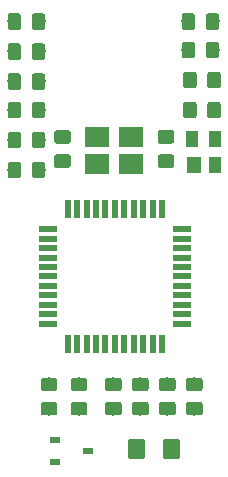
<source format=gbr>
%TF.GenerationSoftware,KiCad,Pcbnew,(5.1.2)-2*%
%TF.CreationDate,2020-08-26T23:28:28+08:00*%
%TF.ProjectId,wing-receiver-lite-rev2,77696e67-2d72-4656-9365-697665722d6c,rev?*%
%TF.SameCoordinates,Original*%
%TF.FileFunction,Paste,Top*%
%TF.FilePolarity,Positive*%
%FSLAX46Y46*%
G04 Gerber Fmt 4.6, Leading zero omitted, Abs format (unit mm)*
G04 Created by KiCad (PCBNEW (5.1.2)-2) date 2020-08-26 23:28:28*
%MOMM*%
%LPD*%
G04 APERTURE LIST*
%ADD10R,0.900000X0.600000*%
%ADD11C,0.350000*%
%ADD12C,1.150000*%
%ADD13R,2.100000X1.800000*%
%ADD14R,1.500000X0.550000*%
%ADD15R,0.550000X1.500000*%
%ADD16C,1.425000*%
%ADD17R,1.000000X1.400000*%
%ADD18R,1.200000X1.400000*%
G04 APERTURE END LIST*
D10*
X77600000Y-130969000D03*
X74800000Y-131919000D03*
X74800000Y-130019000D03*
D11*
G36*
X74769505Y-124766204D02*
G01*
X74793773Y-124769804D01*
X74817572Y-124775765D01*
X74840671Y-124784030D01*
X74862850Y-124794520D01*
X74883893Y-124807132D01*
X74903599Y-124821747D01*
X74921777Y-124838223D01*
X74938253Y-124856401D01*
X74952868Y-124876107D01*
X74965480Y-124897150D01*
X74975970Y-124919329D01*
X74984235Y-124942428D01*
X74990196Y-124966227D01*
X74993796Y-124990495D01*
X74995000Y-125014999D01*
X74995000Y-125665001D01*
X74993796Y-125689505D01*
X74990196Y-125713773D01*
X74984235Y-125737572D01*
X74975970Y-125760671D01*
X74965480Y-125782850D01*
X74952868Y-125803893D01*
X74938253Y-125823599D01*
X74921777Y-125841777D01*
X74903599Y-125858253D01*
X74883893Y-125872868D01*
X74862850Y-125885480D01*
X74840671Y-125895970D01*
X74817572Y-125904235D01*
X74793773Y-125910196D01*
X74769505Y-125913796D01*
X74745001Y-125915000D01*
X73844999Y-125915000D01*
X73820495Y-125913796D01*
X73796227Y-125910196D01*
X73772428Y-125904235D01*
X73749329Y-125895970D01*
X73727150Y-125885480D01*
X73706107Y-125872868D01*
X73686401Y-125858253D01*
X73668223Y-125841777D01*
X73651747Y-125823599D01*
X73637132Y-125803893D01*
X73624520Y-125782850D01*
X73614030Y-125760671D01*
X73605765Y-125737572D01*
X73599804Y-125713773D01*
X73596204Y-125689505D01*
X73595000Y-125665001D01*
X73595000Y-125014999D01*
X73596204Y-124990495D01*
X73599804Y-124966227D01*
X73605765Y-124942428D01*
X73614030Y-124919329D01*
X73624520Y-124897150D01*
X73637132Y-124876107D01*
X73651747Y-124856401D01*
X73668223Y-124838223D01*
X73686401Y-124821747D01*
X73706107Y-124807132D01*
X73727150Y-124794520D01*
X73749329Y-124784030D01*
X73772428Y-124775765D01*
X73796227Y-124769804D01*
X73820495Y-124766204D01*
X73844999Y-124765000D01*
X74745001Y-124765000D01*
X74769505Y-124766204D01*
X74769505Y-124766204D01*
G37*
D12*
X74295000Y-125340000D03*
D11*
G36*
X74769505Y-126816204D02*
G01*
X74793773Y-126819804D01*
X74817572Y-126825765D01*
X74840671Y-126834030D01*
X74862850Y-126844520D01*
X74883893Y-126857132D01*
X74903599Y-126871747D01*
X74921777Y-126888223D01*
X74938253Y-126906401D01*
X74952868Y-126926107D01*
X74965480Y-126947150D01*
X74975970Y-126969329D01*
X74984235Y-126992428D01*
X74990196Y-127016227D01*
X74993796Y-127040495D01*
X74995000Y-127064999D01*
X74995000Y-127715001D01*
X74993796Y-127739505D01*
X74990196Y-127763773D01*
X74984235Y-127787572D01*
X74975970Y-127810671D01*
X74965480Y-127832850D01*
X74952868Y-127853893D01*
X74938253Y-127873599D01*
X74921777Y-127891777D01*
X74903599Y-127908253D01*
X74883893Y-127922868D01*
X74862850Y-127935480D01*
X74840671Y-127945970D01*
X74817572Y-127954235D01*
X74793773Y-127960196D01*
X74769505Y-127963796D01*
X74745001Y-127965000D01*
X73844999Y-127965000D01*
X73820495Y-127963796D01*
X73796227Y-127960196D01*
X73772428Y-127954235D01*
X73749329Y-127945970D01*
X73727150Y-127935480D01*
X73706107Y-127922868D01*
X73686401Y-127908253D01*
X73668223Y-127891777D01*
X73651747Y-127873599D01*
X73637132Y-127853893D01*
X73624520Y-127832850D01*
X73614030Y-127810671D01*
X73605765Y-127787572D01*
X73599804Y-127763773D01*
X73596204Y-127739505D01*
X73595000Y-127715001D01*
X73595000Y-127064999D01*
X73596204Y-127040495D01*
X73599804Y-127016227D01*
X73605765Y-126992428D01*
X73614030Y-126969329D01*
X73624520Y-126947150D01*
X73637132Y-126926107D01*
X73651747Y-126906401D01*
X73668223Y-126888223D01*
X73686401Y-126871747D01*
X73706107Y-126857132D01*
X73727150Y-126844520D01*
X73749329Y-126834030D01*
X73772428Y-126825765D01*
X73796227Y-126819804D01*
X73820495Y-126816204D01*
X73844999Y-126815000D01*
X74745001Y-126815000D01*
X74769505Y-126816204D01*
X74769505Y-126816204D01*
G37*
D12*
X74295000Y-127390000D03*
D13*
X78380000Y-104380000D03*
X81280000Y-104380000D03*
X81280000Y-106680000D03*
X78380000Y-106680000D03*
D14*
X85583000Y-120205000D03*
X85583000Y-119405000D03*
X85583000Y-118605000D03*
X85583000Y-117805000D03*
X85583000Y-117005000D03*
X85583000Y-116205000D03*
X85583000Y-115405000D03*
X85583000Y-114605000D03*
X85583000Y-113805000D03*
X85583000Y-113005000D03*
X85583000Y-112205000D03*
D15*
X83883000Y-110505000D03*
X83083000Y-110505000D03*
X82283000Y-110505000D03*
X81483000Y-110505000D03*
X80683000Y-110505000D03*
X79883000Y-110505000D03*
X79083000Y-110505000D03*
X78283000Y-110505000D03*
X77483000Y-110505000D03*
X76683000Y-110505000D03*
X75883000Y-110505000D03*
D14*
X74183000Y-112205000D03*
X74183000Y-113005000D03*
X74183000Y-113805000D03*
X74183000Y-114605000D03*
X74183000Y-115405000D03*
X74183000Y-116205000D03*
X74183000Y-117005000D03*
X74183000Y-117805000D03*
X74183000Y-118605000D03*
X74183000Y-119405000D03*
X74183000Y-120205000D03*
D15*
X75883000Y-121905000D03*
X76683000Y-121905000D03*
X77483000Y-121905000D03*
X78283000Y-121905000D03*
X79083000Y-121905000D03*
X79883000Y-121905000D03*
X80683000Y-121905000D03*
X81483000Y-121905000D03*
X82283000Y-121905000D03*
X83083000Y-121905000D03*
X83883000Y-121905000D03*
D11*
G36*
X71714505Y-101409204D02*
G01*
X71738773Y-101412804D01*
X71762572Y-101418765D01*
X71785671Y-101427030D01*
X71807850Y-101437520D01*
X71828893Y-101450132D01*
X71848599Y-101464747D01*
X71866777Y-101481223D01*
X71883253Y-101499401D01*
X71897868Y-101519107D01*
X71910480Y-101540150D01*
X71920970Y-101562329D01*
X71929235Y-101585428D01*
X71935196Y-101609227D01*
X71938796Y-101633495D01*
X71940000Y-101657999D01*
X71940000Y-102558001D01*
X71938796Y-102582505D01*
X71935196Y-102606773D01*
X71929235Y-102630572D01*
X71920970Y-102653671D01*
X71910480Y-102675850D01*
X71897868Y-102696893D01*
X71883253Y-102716599D01*
X71866777Y-102734777D01*
X71848599Y-102751253D01*
X71828893Y-102765868D01*
X71807850Y-102778480D01*
X71785671Y-102788970D01*
X71762572Y-102797235D01*
X71738773Y-102803196D01*
X71714505Y-102806796D01*
X71690001Y-102808000D01*
X71039999Y-102808000D01*
X71015495Y-102806796D01*
X70991227Y-102803196D01*
X70967428Y-102797235D01*
X70944329Y-102788970D01*
X70922150Y-102778480D01*
X70901107Y-102765868D01*
X70881401Y-102751253D01*
X70863223Y-102734777D01*
X70846747Y-102716599D01*
X70832132Y-102696893D01*
X70819520Y-102675850D01*
X70809030Y-102653671D01*
X70800765Y-102630572D01*
X70794804Y-102606773D01*
X70791204Y-102582505D01*
X70790000Y-102558001D01*
X70790000Y-101657999D01*
X70791204Y-101633495D01*
X70794804Y-101609227D01*
X70800765Y-101585428D01*
X70809030Y-101562329D01*
X70819520Y-101540150D01*
X70832132Y-101519107D01*
X70846747Y-101499401D01*
X70863223Y-101481223D01*
X70881401Y-101464747D01*
X70901107Y-101450132D01*
X70922150Y-101437520D01*
X70944329Y-101427030D01*
X70967428Y-101418765D01*
X70991227Y-101412804D01*
X71015495Y-101409204D01*
X71039999Y-101408000D01*
X71690001Y-101408000D01*
X71714505Y-101409204D01*
X71714505Y-101409204D01*
G37*
D12*
X71365000Y-102108000D03*
D11*
G36*
X73764505Y-101409204D02*
G01*
X73788773Y-101412804D01*
X73812572Y-101418765D01*
X73835671Y-101427030D01*
X73857850Y-101437520D01*
X73878893Y-101450132D01*
X73898599Y-101464747D01*
X73916777Y-101481223D01*
X73933253Y-101499401D01*
X73947868Y-101519107D01*
X73960480Y-101540150D01*
X73970970Y-101562329D01*
X73979235Y-101585428D01*
X73985196Y-101609227D01*
X73988796Y-101633495D01*
X73990000Y-101657999D01*
X73990000Y-102558001D01*
X73988796Y-102582505D01*
X73985196Y-102606773D01*
X73979235Y-102630572D01*
X73970970Y-102653671D01*
X73960480Y-102675850D01*
X73947868Y-102696893D01*
X73933253Y-102716599D01*
X73916777Y-102734777D01*
X73898599Y-102751253D01*
X73878893Y-102765868D01*
X73857850Y-102778480D01*
X73835671Y-102788970D01*
X73812572Y-102797235D01*
X73788773Y-102803196D01*
X73764505Y-102806796D01*
X73740001Y-102808000D01*
X73089999Y-102808000D01*
X73065495Y-102806796D01*
X73041227Y-102803196D01*
X73017428Y-102797235D01*
X72994329Y-102788970D01*
X72972150Y-102778480D01*
X72951107Y-102765868D01*
X72931401Y-102751253D01*
X72913223Y-102734777D01*
X72896747Y-102716599D01*
X72882132Y-102696893D01*
X72869520Y-102675850D01*
X72859030Y-102653671D01*
X72850765Y-102630572D01*
X72844804Y-102606773D01*
X72841204Y-102582505D01*
X72840000Y-102558001D01*
X72840000Y-101657999D01*
X72841204Y-101633495D01*
X72844804Y-101609227D01*
X72850765Y-101585428D01*
X72859030Y-101562329D01*
X72869520Y-101540150D01*
X72882132Y-101519107D01*
X72896747Y-101499401D01*
X72913223Y-101481223D01*
X72931401Y-101464747D01*
X72951107Y-101450132D01*
X72972150Y-101437520D01*
X72994329Y-101427030D01*
X73017428Y-101418765D01*
X73041227Y-101412804D01*
X73065495Y-101409204D01*
X73089999Y-101408000D01*
X73740001Y-101408000D01*
X73764505Y-101409204D01*
X73764505Y-101409204D01*
G37*
D12*
X73415000Y-102108000D03*
D11*
G36*
X88623505Y-101409204D02*
G01*
X88647773Y-101412804D01*
X88671572Y-101418765D01*
X88694671Y-101427030D01*
X88716850Y-101437520D01*
X88737893Y-101450132D01*
X88757599Y-101464747D01*
X88775777Y-101481223D01*
X88792253Y-101499401D01*
X88806868Y-101519107D01*
X88819480Y-101540150D01*
X88829970Y-101562329D01*
X88838235Y-101585428D01*
X88844196Y-101609227D01*
X88847796Y-101633495D01*
X88849000Y-101657999D01*
X88849000Y-102558001D01*
X88847796Y-102582505D01*
X88844196Y-102606773D01*
X88838235Y-102630572D01*
X88829970Y-102653671D01*
X88819480Y-102675850D01*
X88806868Y-102696893D01*
X88792253Y-102716599D01*
X88775777Y-102734777D01*
X88757599Y-102751253D01*
X88737893Y-102765868D01*
X88716850Y-102778480D01*
X88694671Y-102788970D01*
X88671572Y-102797235D01*
X88647773Y-102803196D01*
X88623505Y-102806796D01*
X88599001Y-102808000D01*
X87948999Y-102808000D01*
X87924495Y-102806796D01*
X87900227Y-102803196D01*
X87876428Y-102797235D01*
X87853329Y-102788970D01*
X87831150Y-102778480D01*
X87810107Y-102765868D01*
X87790401Y-102751253D01*
X87772223Y-102734777D01*
X87755747Y-102716599D01*
X87741132Y-102696893D01*
X87728520Y-102675850D01*
X87718030Y-102653671D01*
X87709765Y-102630572D01*
X87703804Y-102606773D01*
X87700204Y-102582505D01*
X87699000Y-102558001D01*
X87699000Y-101657999D01*
X87700204Y-101633495D01*
X87703804Y-101609227D01*
X87709765Y-101585428D01*
X87718030Y-101562329D01*
X87728520Y-101540150D01*
X87741132Y-101519107D01*
X87755747Y-101499401D01*
X87772223Y-101481223D01*
X87790401Y-101464747D01*
X87810107Y-101450132D01*
X87831150Y-101437520D01*
X87853329Y-101427030D01*
X87876428Y-101418765D01*
X87900227Y-101412804D01*
X87924495Y-101409204D01*
X87948999Y-101408000D01*
X88599001Y-101408000D01*
X88623505Y-101409204D01*
X88623505Y-101409204D01*
G37*
D12*
X88274000Y-102108000D03*
D11*
G36*
X86573505Y-101409204D02*
G01*
X86597773Y-101412804D01*
X86621572Y-101418765D01*
X86644671Y-101427030D01*
X86666850Y-101437520D01*
X86687893Y-101450132D01*
X86707599Y-101464747D01*
X86725777Y-101481223D01*
X86742253Y-101499401D01*
X86756868Y-101519107D01*
X86769480Y-101540150D01*
X86779970Y-101562329D01*
X86788235Y-101585428D01*
X86794196Y-101609227D01*
X86797796Y-101633495D01*
X86799000Y-101657999D01*
X86799000Y-102558001D01*
X86797796Y-102582505D01*
X86794196Y-102606773D01*
X86788235Y-102630572D01*
X86779970Y-102653671D01*
X86769480Y-102675850D01*
X86756868Y-102696893D01*
X86742253Y-102716599D01*
X86725777Y-102734777D01*
X86707599Y-102751253D01*
X86687893Y-102765868D01*
X86666850Y-102778480D01*
X86644671Y-102788970D01*
X86621572Y-102797235D01*
X86597773Y-102803196D01*
X86573505Y-102806796D01*
X86549001Y-102808000D01*
X85898999Y-102808000D01*
X85874495Y-102806796D01*
X85850227Y-102803196D01*
X85826428Y-102797235D01*
X85803329Y-102788970D01*
X85781150Y-102778480D01*
X85760107Y-102765868D01*
X85740401Y-102751253D01*
X85722223Y-102734777D01*
X85705747Y-102716599D01*
X85691132Y-102696893D01*
X85678520Y-102675850D01*
X85668030Y-102653671D01*
X85659765Y-102630572D01*
X85653804Y-102606773D01*
X85650204Y-102582505D01*
X85649000Y-102558001D01*
X85649000Y-101657999D01*
X85650204Y-101633495D01*
X85653804Y-101609227D01*
X85659765Y-101585428D01*
X85668030Y-101562329D01*
X85678520Y-101540150D01*
X85691132Y-101519107D01*
X85705747Y-101499401D01*
X85722223Y-101481223D01*
X85740401Y-101464747D01*
X85760107Y-101450132D01*
X85781150Y-101437520D01*
X85803329Y-101427030D01*
X85826428Y-101418765D01*
X85850227Y-101412804D01*
X85874495Y-101409204D01*
X85898999Y-101408000D01*
X86549001Y-101408000D01*
X86573505Y-101409204D01*
X86573505Y-101409204D01*
G37*
D12*
X86224000Y-102108000D03*
D11*
G36*
X71714505Y-106489204D02*
G01*
X71738773Y-106492804D01*
X71762572Y-106498765D01*
X71785671Y-106507030D01*
X71807850Y-106517520D01*
X71828893Y-106530132D01*
X71848599Y-106544747D01*
X71866777Y-106561223D01*
X71883253Y-106579401D01*
X71897868Y-106599107D01*
X71910480Y-106620150D01*
X71920970Y-106642329D01*
X71929235Y-106665428D01*
X71935196Y-106689227D01*
X71938796Y-106713495D01*
X71940000Y-106737999D01*
X71940000Y-107638001D01*
X71938796Y-107662505D01*
X71935196Y-107686773D01*
X71929235Y-107710572D01*
X71920970Y-107733671D01*
X71910480Y-107755850D01*
X71897868Y-107776893D01*
X71883253Y-107796599D01*
X71866777Y-107814777D01*
X71848599Y-107831253D01*
X71828893Y-107845868D01*
X71807850Y-107858480D01*
X71785671Y-107868970D01*
X71762572Y-107877235D01*
X71738773Y-107883196D01*
X71714505Y-107886796D01*
X71690001Y-107888000D01*
X71039999Y-107888000D01*
X71015495Y-107886796D01*
X70991227Y-107883196D01*
X70967428Y-107877235D01*
X70944329Y-107868970D01*
X70922150Y-107858480D01*
X70901107Y-107845868D01*
X70881401Y-107831253D01*
X70863223Y-107814777D01*
X70846747Y-107796599D01*
X70832132Y-107776893D01*
X70819520Y-107755850D01*
X70809030Y-107733671D01*
X70800765Y-107710572D01*
X70794804Y-107686773D01*
X70791204Y-107662505D01*
X70790000Y-107638001D01*
X70790000Y-106737999D01*
X70791204Y-106713495D01*
X70794804Y-106689227D01*
X70800765Y-106665428D01*
X70809030Y-106642329D01*
X70819520Y-106620150D01*
X70832132Y-106599107D01*
X70846747Y-106579401D01*
X70863223Y-106561223D01*
X70881401Y-106544747D01*
X70901107Y-106530132D01*
X70922150Y-106517520D01*
X70944329Y-106507030D01*
X70967428Y-106498765D01*
X70991227Y-106492804D01*
X71015495Y-106489204D01*
X71039999Y-106488000D01*
X71690001Y-106488000D01*
X71714505Y-106489204D01*
X71714505Y-106489204D01*
G37*
D12*
X71365000Y-107188000D03*
D11*
G36*
X73764505Y-106489204D02*
G01*
X73788773Y-106492804D01*
X73812572Y-106498765D01*
X73835671Y-106507030D01*
X73857850Y-106517520D01*
X73878893Y-106530132D01*
X73898599Y-106544747D01*
X73916777Y-106561223D01*
X73933253Y-106579401D01*
X73947868Y-106599107D01*
X73960480Y-106620150D01*
X73970970Y-106642329D01*
X73979235Y-106665428D01*
X73985196Y-106689227D01*
X73988796Y-106713495D01*
X73990000Y-106737999D01*
X73990000Y-107638001D01*
X73988796Y-107662505D01*
X73985196Y-107686773D01*
X73979235Y-107710572D01*
X73970970Y-107733671D01*
X73960480Y-107755850D01*
X73947868Y-107776893D01*
X73933253Y-107796599D01*
X73916777Y-107814777D01*
X73898599Y-107831253D01*
X73878893Y-107845868D01*
X73857850Y-107858480D01*
X73835671Y-107868970D01*
X73812572Y-107877235D01*
X73788773Y-107883196D01*
X73764505Y-107886796D01*
X73740001Y-107888000D01*
X73089999Y-107888000D01*
X73065495Y-107886796D01*
X73041227Y-107883196D01*
X73017428Y-107877235D01*
X72994329Y-107868970D01*
X72972150Y-107858480D01*
X72951107Y-107845868D01*
X72931401Y-107831253D01*
X72913223Y-107814777D01*
X72896747Y-107796599D01*
X72882132Y-107776893D01*
X72869520Y-107755850D01*
X72859030Y-107733671D01*
X72850765Y-107710572D01*
X72844804Y-107686773D01*
X72841204Y-107662505D01*
X72840000Y-107638001D01*
X72840000Y-106737999D01*
X72841204Y-106713495D01*
X72844804Y-106689227D01*
X72850765Y-106665428D01*
X72859030Y-106642329D01*
X72869520Y-106620150D01*
X72882132Y-106599107D01*
X72896747Y-106579401D01*
X72913223Y-106561223D01*
X72931401Y-106544747D01*
X72951107Y-106530132D01*
X72972150Y-106517520D01*
X72994329Y-106507030D01*
X73017428Y-106498765D01*
X73041227Y-106492804D01*
X73065495Y-106489204D01*
X73089999Y-106488000D01*
X73740001Y-106488000D01*
X73764505Y-106489204D01*
X73764505Y-106489204D01*
G37*
D12*
X73415000Y-107188000D03*
D11*
G36*
X71714505Y-96456204D02*
G01*
X71738773Y-96459804D01*
X71762572Y-96465765D01*
X71785671Y-96474030D01*
X71807850Y-96484520D01*
X71828893Y-96497132D01*
X71848599Y-96511747D01*
X71866777Y-96528223D01*
X71883253Y-96546401D01*
X71897868Y-96566107D01*
X71910480Y-96587150D01*
X71920970Y-96609329D01*
X71929235Y-96632428D01*
X71935196Y-96656227D01*
X71938796Y-96680495D01*
X71940000Y-96704999D01*
X71940000Y-97605001D01*
X71938796Y-97629505D01*
X71935196Y-97653773D01*
X71929235Y-97677572D01*
X71920970Y-97700671D01*
X71910480Y-97722850D01*
X71897868Y-97743893D01*
X71883253Y-97763599D01*
X71866777Y-97781777D01*
X71848599Y-97798253D01*
X71828893Y-97812868D01*
X71807850Y-97825480D01*
X71785671Y-97835970D01*
X71762572Y-97844235D01*
X71738773Y-97850196D01*
X71714505Y-97853796D01*
X71690001Y-97855000D01*
X71039999Y-97855000D01*
X71015495Y-97853796D01*
X70991227Y-97850196D01*
X70967428Y-97844235D01*
X70944329Y-97835970D01*
X70922150Y-97825480D01*
X70901107Y-97812868D01*
X70881401Y-97798253D01*
X70863223Y-97781777D01*
X70846747Y-97763599D01*
X70832132Y-97743893D01*
X70819520Y-97722850D01*
X70809030Y-97700671D01*
X70800765Y-97677572D01*
X70794804Y-97653773D01*
X70791204Y-97629505D01*
X70790000Y-97605001D01*
X70790000Y-96704999D01*
X70791204Y-96680495D01*
X70794804Y-96656227D01*
X70800765Y-96632428D01*
X70809030Y-96609329D01*
X70819520Y-96587150D01*
X70832132Y-96566107D01*
X70846747Y-96546401D01*
X70863223Y-96528223D01*
X70881401Y-96511747D01*
X70901107Y-96497132D01*
X70922150Y-96484520D01*
X70944329Y-96474030D01*
X70967428Y-96465765D01*
X70991227Y-96459804D01*
X71015495Y-96456204D01*
X71039999Y-96455000D01*
X71690001Y-96455000D01*
X71714505Y-96456204D01*
X71714505Y-96456204D01*
G37*
D12*
X71365000Y-97155000D03*
D11*
G36*
X73764505Y-96456204D02*
G01*
X73788773Y-96459804D01*
X73812572Y-96465765D01*
X73835671Y-96474030D01*
X73857850Y-96484520D01*
X73878893Y-96497132D01*
X73898599Y-96511747D01*
X73916777Y-96528223D01*
X73933253Y-96546401D01*
X73947868Y-96566107D01*
X73960480Y-96587150D01*
X73970970Y-96609329D01*
X73979235Y-96632428D01*
X73985196Y-96656227D01*
X73988796Y-96680495D01*
X73990000Y-96704999D01*
X73990000Y-97605001D01*
X73988796Y-97629505D01*
X73985196Y-97653773D01*
X73979235Y-97677572D01*
X73970970Y-97700671D01*
X73960480Y-97722850D01*
X73947868Y-97743893D01*
X73933253Y-97763599D01*
X73916777Y-97781777D01*
X73898599Y-97798253D01*
X73878893Y-97812868D01*
X73857850Y-97825480D01*
X73835671Y-97835970D01*
X73812572Y-97844235D01*
X73788773Y-97850196D01*
X73764505Y-97853796D01*
X73740001Y-97855000D01*
X73089999Y-97855000D01*
X73065495Y-97853796D01*
X73041227Y-97850196D01*
X73017428Y-97844235D01*
X72994329Y-97835970D01*
X72972150Y-97825480D01*
X72951107Y-97812868D01*
X72931401Y-97798253D01*
X72913223Y-97781777D01*
X72896747Y-97763599D01*
X72882132Y-97743893D01*
X72869520Y-97722850D01*
X72859030Y-97700671D01*
X72850765Y-97677572D01*
X72844804Y-97653773D01*
X72841204Y-97629505D01*
X72840000Y-97605001D01*
X72840000Y-96704999D01*
X72841204Y-96680495D01*
X72844804Y-96656227D01*
X72850765Y-96632428D01*
X72859030Y-96609329D01*
X72869520Y-96587150D01*
X72882132Y-96566107D01*
X72896747Y-96546401D01*
X72913223Y-96528223D01*
X72931401Y-96511747D01*
X72951107Y-96497132D01*
X72972150Y-96484520D01*
X72994329Y-96474030D01*
X73017428Y-96465765D01*
X73041227Y-96459804D01*
X73065495Y-96456204D01*
X73089999Y-96455000D01*
X73740001Y-96455000D01*
X73764505Y-96456204D01*
X73764505Y-96456204D01*
G37*
D12*
X73415000Y-97155000D03*
D11*
G36*
X73764505Y-103949204D02*
G01*
X73788773Y-103952804D01*
X73812572Y-103958765D01*
X73835671Y-103967030D01*
X73857850Y-103977520D01*
X73878893Y-103990132D01*
X73898599Y-104004747D01*
X73916777Y-104021223D01*
X73933253Y-104039401D01*
X73947868Y-104059107D01*
X73960480Y-104080150D01*
X73970970Y-104102329D01*
X73979235Y-104125428D01*
X73985196Y-104149227D01*
X73988796Y-104173495D01*
X73990000Y-104197999D01*
X73990000Y-105098001D01*
X73988796Y-105122505D01*
X73985196Y-105146773D01*
X73979235Y-105170572D01*
X73970970Y-105193671D01*
X73960480Y-105215850D01*
X73947868Y-105236893D01*
X73933253Y-105256599D01*
X73916777Y-105274777D01*
X73898599Y-105291253D01*
X73878893Y-105305868D01*
X73857850Y-105318480D01*
X73835671Y-105328970D01*
X73812572Y-105337235D01*
X73788773Y-105343196D01*
X73764505Y-105346796D01*
X73740001Y-105348000D01*
X73089999Y-105348000D01*
X73065495Y-105346796D01*
X73041227Y-105343196D01*
X73017428Y-105337235D01*
X72994329Y-105328970D01*
X72972150Y-105318480D01*
X72951107Y-105305868D01*
X72931401Y-105291253D01*
X72913223Y-105274777D01*
X72896747Y-105256599D01*
X72882132Y-105236893D01*
X72869520Y-105215850D01*
X72859030Y-105193671D01*
X72850765Y-105170572D01*
X72844804Y-105146773D01*
X72841204Y-105122505D01*
X72840000Y-105098001D01*
X72840000Y-104197999D01*
X72841204Y-104173495D01*
X72844804Y-104149227D01*
X72850765Y-104125428D01*
X72859030Y-104102329D01*
X72869520Y-104080150D01*
X72882132Y-104059107D01*
X72896747Y-104039401D01*
X72913223Y-104021223D01*
X72931401Y-104004747D01*
X72951107Y-103990132D01*
X72972150Y-103977520D01*
X72994329Y-103967030D01*
X73017428Y-103958765D01*
X73041227Y-103952804D01*
X73065495Y-103949204D01*
X73089999Y-103948000D01*
X73740001Y-103948000D01*
X73764505Y-103949204D01*
X73764505Y-103949204D01*
G37*
D12*
X73415000Y-104648000D03*
D11*
G36*
X71714505Y-103949204D02*
G01*
X71738773Y-103952804D01*
X71762572Y-103958765D01*
X71785671Y-103967030D01*
X71807850Y-103977520D01*
X71828893Y-103990132D01*
X71848599Y-104004747D01*
X71866777Y-104021223D01*
X71883253Y-104039401D01*
X71897868Y-104059107D01*
X71910480Y-104080150D01*
X71920970Y-104102329D01*
X71929235Y-104125428D01*
X71935196Y-104149227D01*
X71938796Y-104173495D01*
X71940000Y-104197999D01*
X71940000Y-105098001D01*
X71938796Y-105122505D01*
X71935196Y-105146773D01*
X71929235Y-105170572D01*
X71920970Y-105193671D01*
X71910480Y-105215850D01*
X71897868Y-105236893D01*
X71883253Y-105256599D01*
X71866777Y-105274777D01*
X71848599Y-105291253D01*
X71828893Y-105305868D01*
X71807850Y-105318480D01*
X71785671Y-105328970D01*
X71762572Y-105337235D01*
X71738773Y-105343196D01*
X71714505Y-105346796D01*
X71690001Y-105348000D01*
X71039999Y-105348000D01*
X71015495Y-105346796D01*
X70991227Y-105343196D01*
X70967428Y-105337235D01*
X70944329Y-105328970D01*
X70922150Y-105318480D01*
X70901107Y-105305868D01*
X70881401Y-105291253D01*
X70863223Y-105274777D01*
X70846747Y-105256599D01*
X70832132Y-105236893D01*
X70819520Y-105215850D01*
X70809030Y-105193671D01*
X70800765Y-105170572D01*
X70794804Y-105146773D01*
X70791204Y-105122505D01*
X70790000Y-105098001D01*
X70790000Y-104197999D01*
X70791204Y-104173495D01*
X70794804Y-104149227D01*
X70800765Y-104125428D01*
X70809030Y-104102329D01*
X70819520Y-104080150D01*
X70832132Y-104059107D01*
X70846747Y-104039401D01*
X70863223Y-104021223D01*
X70881401Y-104004747D01*
X70901107Y-103990132D01*
X70922150Y-103977520D01*
X70944329Y-103967030D01*
X70967428Y-103958765D01*
X70991227Y-103952804D01*
X71015495Y-103949204D01*
X71039999Y-103948000D01*
X71690001Y-103948000D01*
X71714505Y-103949204D01*
X71714505Y-103949204D01*
G37*
D12*
X71365000Y-104648000D03*
D11*
G36*
X86573505Y-98869204D02*
G01*
X86597773Y-98872804D01*
X86621572Y-98878765D01*
X86644671Y-98887030D01*
X86666850Y-98897520D01*
X86687893Y-98910132D01*
X86707599Y-98924747D01*
X86725777Y-98941223D01*
X86742253Y-98959401D01*
X86756868Y-98979107D01*
X86769480Y-99000150D01*
X86779970Y-99022329D01*
X86788235Y-99045428D01*
X86794196Y-99069227D01*
X86797796Y-99093495D01*
X86799000Y-99117999D01*
X86799000Y-100018001D01*
X86797796Y-100042505D01*
X86794196Y-100066773D01*
X86788235Y-100090572D01*
X86779970Y-100113671D01*
X86769480Y-100135850D01*
X86756868Y-100156893D01*
X86742253Y-100176599D01*
X86725777Y-100194777D01*
X86707599Y-100211253D01*
X86687893Y-100225868D01*
X86666850Y-100238480D01*
X86644671Y-100248970D01*
X86621572Y-100257235D01*
X86597773Y-100263196D01*
X86573505Y-100266796D01*
X86549001Y-100268000D01*
X85898999Y-100268000D01*
X85874495Y-100266796D01*
X85850227Y-100263196D01*
X85826428Y-100257235D01*
X85803329Y-100248970D01*
X85781150Y-100238480D01*
X85760107Y-100225868D01*
X85740401Y-100211253D01*
X85722223Y-100194777D01*
X85705747Y-100176599D01*
X85691132Y-100156893D01*
X85678520Y-100135850D01*
X85668030Y-100113671D01*
X85659765Y-100090572D01*
X85653804Y-100066773D01*
X85650204Y-100042505D01*
X85649000Y-100018001D01*
X85649000Y-99117999D01*
X85650204Y-99093495D01*
X85653804Y-99069227D01*
X85659765Y-99045428D01*
X85668030Y-99022329D01*
X85678520Y-99000150D01*
X85691132Y-98979107D01*
X85705747Y-98959401D01*
X85722223Y-98941223D01*
X85740401Y-98924747D01*
X85760107Y-98910132D01*
X85781150Y-98897520D01*
X85803329Y-98887030D01*
X85826428Y-98878765D01*
X85850227Y-98872804D01*
X85874495Y-98869204D01*
X85898999Y-98868000D01*
X86549001Y-98868000D01*
X86573505Y-98869204D01*
X86573505Y-98869204D01*
G37*
D12*
X86224000Y-99568000D03*
D11*
G36*
X88623505Y-98869204D02*
G01*
X88647773Y-98872804D01*
X88671572Y-98878765D01*
X88694671Y-98887030D01*
X88716850Y-98897520D01*
X88737893Y-98910132D01*
X88757599Y-98924747D01*
X88775777Y-98941223D01*
X88792253Y-98959401D01*
X88806868Y-98979107D01*
X88819480Y-99000150D01*
X88829970Y-99022329D01*
X88838235Y-99045428D01*
X88844196Y-99069227D01*
X88847796Y-99093495D01*
X88849000Y-99117999D01*
X88849000Y-100018001D01*
X88847796Y-100042505D01*
X88844196Y-100066773D01*
X88838235Y-100090572D01*
X88829970Y-100113671D01*
X88819480Y-100135850D01*
X88806868Y-100156893D01*
X88792253Y-100176599D01*
X88775777Y-100194777D01*
X88757599Y-100211253D01*
X88737893Y-100225868D01*
X88716850Y-100238480D01*
X88694671Y-100248970D01*
X88671572Y-100257235D01*
X88647773Y-100263196D01*
X88623505Y-100266796D01*
X88599001Y-100268000D01*
X87948999Y-100268000D01*
X87924495Y-100266796D01*
X87900227Y-100263196D01*
X87876428Y-100257235D01*
X87853329Y-100248970D01*
X87831150Y-100238480D01*
X87810107Y-100225868D01*
X87790401Y-100211253D01*
X87772223Y-100194777D01*
X87755747Y-100176599D01*
X87741132Y-100156893D01*
X87728520Y-100135850D01*
X87718030Y-100113671D01*
X87709765Y-100090572D01*
X87703804Y-100066773D01*
X87700204Y-100042505D01*
X87699000Y-100018001D01*
X87699000Y-99117999D01*
X87700204Y-99093495D01*
X87703804Y-99069227D01*
X87709765Y-99045428D01*
X87718030Y-99022329D01*
X87728520Y-99000150D01*
X87741132Y-98979107D01*
X87755747Y-98959401D01*
X87772223Y-98941223D01*
X87790401Y-98924747D01*
X87810107Y-98910132D01*
X87831150Y-98897520D01*
X87853329Y-98887030D01*
X87876428Y-98878765D01*
X87900227Y-98872804D01*
X87924495Y-98869204D01*
X87948999Y-98868000D01*
X88599001Y-98868000D01*
X88623505Y-98869204D01*
X88623505Y-98869204D01*
G37*
D12*
X88274000Y-99568000D03*
D11*
G36*
X88496505Y-96329204D02*
G01*
X88520773Y-96332804D01*
X88544572Y-96338765D01*
X88567671Y-96347030D01*
X88589850Y-96357520D01*
X88610893Y-96370132D01*
X88630599Y-96384747D01*
X88648777Y-96401223D01*
X88665253Y-96419401D01*
X88679868Y-96439107D01*
X88692480Y-96460150D01*
X88702970Y-96482329D01*
X88711235Y-96505428D01*
X88717196Y-96529227D01*
X88720796Y-96553495D01*
X88722000Y-96577999D01*
X88722000Y-97478001D01*
X88720796Y-97502505D01*
X88717196Y-97526773D01*
X88711235Y-97550572D01*
X88702970Y-97573671D01*
X88692480Y-97595850D01*
X88679868Y-97616893D01*
X88665253Y-97636599D01*
X88648777Y-97654777D01*
X88630599Y-97671253D01*
X88610893Y-97685868D01*
X88589850Y-97698480D01*
X88567671Y-97708970D01*
X88544572Y-97717235D01*
X88520773Y-97723196D01*
X88496505Y-97726796D01*
X88472001Y-97728000D01*
X87821999Y-97728000D01*
X87797495Y-97726796D01*
X87773227Y-97723196D01*
X87749428Y-97717235D01*
X87726329Y-97708970D01*
X87704150Y-97698480D01*
X87683107Y-97685868D01*
X87663401Y-97671253D01*
X87645223Y-97654777D01*
X87628747Y-97636599D01*
X87614132Y-97616893D01*
X87601520Y-97595850D01*
X87591030Y-97573671D01*
X87582765Y-97550572D01*
X87576804Y-97526773D01*
X87573204Y-97502505D01*
X87572000Y-97478001D01*
X87572000Y-96577999D01*
X87573204Y-96553495D01*
X87576804Y-96529227D01*
X87582765Y-96505428D01*
X87591030Y-96482329D01*
X87601520Y-96460150D01*
X87614132Y-96439107D01*
X87628747Y-96419401D01*
X87645223Y-96401223D01*
X87663401Y-96384747D01*
X87683107Y-96370132D01*
X87704150Y-96357520D01*
X87726329Y-96347030D01*
X87749428Y-96338765D01*
X87773227Y-96332804D01*
X87797495Y-96329204D01*
X87821999Y-96328000D01*
X88472001Y-96328000D01*
X88496505Y-96329204D01*
X88496505Y-96329204D01*
G37*
D12*
X88147000Y-97028000D03*
D11*
G36*
X86446505Y-96329204D02*
G01*
X86470773Y-96332804D01*
X86494572Y-96338765D01*
X86517671Y-96347030D01*
X86539850Y-96357520D01*
X86560893Y-96370132D01*
X86580599Y-96384747D01*
X86598777Y-96401223D01*
X86615253Y-96419401D01*
X86629868Y-96439107D01*
X86642480Y-96460150D01*
X86652970Y-96482329D01*
X86661235Y-96505428D01*
X86667196Y-96529227D01*
X86670796Y-96553495D01*
X86672000Y-96577999D01*
X86672000Y-97478001D01*
X86670796Y-97502505D01*
X86667196Y-97526773D01*
X86661235Y-97550572D01*
X86652970Y-97573671D01*
X86642480Y-97595850D01*
X86629868Y-97616893D01*
X86615253Y-97636599D01*
X86598777Y-97654777D01*
X86580599Y-97671253D01*
X86560893Y-97685868D01*
X86539850Y-97698480D01*
X86517671Y-97708970D01*
X86494572Y-97717235D01*
X86470773Y-97723196D01*
X86446505Y-97726796D01*
X86422001Y-97728000D01*
X85771999Y-97728000D01*
X85747495Y-97726796D01*
X85723227Y-97723196D01*
X85699428Y-97717235D01*
X85676329Y-97708970D01*
X85654150Y-97698480D01*
X85633107Y-97685868D01*
X85613401Y-97671253D01*
X85595223Y-97654777D01*
X85578747Y-97636599D01*
X85564132Y-97616893D01*
X85551520Y-97595850D01*
X85541030Y-97573671D01*
X85532765Y-97550572D01*
X85526804Y-97526773D01*
X85523204Y-97502505D01*
X85522000Y-97478001D01*
X85522000Y-96577999D01*
X85523204Y-96553495D01*
X85526804Y-96529227D01*
X85532765Y-96505428D01*
X85541030Y-96482329D01*
X85551520Y-96460150D01*
X85564132Y-96439107D01*
X85578747Y-96419401D01*
X85595223Y-96401223D01*
X85613401Y-96384747D01*
X85633107Y-96370132D01*
X85654150Y-96357520D01*
X85676329Y-96347030D01*
X85699428Y-96338765D01*
X85723227Y-96332804D01*
X85747495Y-96329204D01*
X85771999Y-96328000D01*
X86422001Y-96328000D01*
X86446505Y-96329204D01*
X86446505Y-96329204D01*
G37*
D12*
X86097000Y-97028000D03*
D11*
G36*
X88496505Y-93916204D02*
G01*
X88520773Y-93919804D01*
X88544572Y-93925765D01*
X88567671Y-93934030D01*
X88589850Y-93944520D01*
X88610893Y-93957132D01*
X88630599Y-93971747D01*
X88648777Y-93988223D01*
X88665253Y-94006401D01*
X88679868Y-94026107D01*
X88692480Y-94047150D01*
X88702970Y-94069329D01*
X88711235Y-94092428D01*
X88717196Y-94116227D01*
X88720796Y-94140495D01*
X88722000Y-94164999D01*
X88722000Y-95065001D01*
X88720796Y-95089505D01*
X88717196Y-95113773D01*
X88711235Y-95137572D01*
X88702970Y-95160671D01*
X88692480Y-95182850D01*
X88679868Y-95203893D01*
X88665253Y-95223599D01*
X88648777Y-95241777D01*
X88630599Y-95258253D01*
X88610893Y-95272868D01*
X88589850Y-95285480D01*
X88567671Y-95295970D01*
X88544572Y-95304235D01*
X88520773Y-95310196D01*
X88496505Y-95313796D01*
X88472001Y-95315000D01*
X87821999Y-95315000D01*
X87797495Y-95313796D01*
X87773227Y-95310196D01*
X87749428Y-95304235D01*
X87726329Y-95295970D01*
X87704150Y-95285480D01*
X87683107Y-95272868D01*
X87663401Y-95258253D01*
X87645223Y-95241777D01*
X87628747Y-95223599D01*
X87614132Y-95203893D01*
X87601520Y-95182850D01*
X87591030Y-95160671D01*
X87582765Y-95137572D01*
X87576804Y-95113773D01*
X87573204Y-95089505D01*
X87572000Y-95065001D01*
X87572000Y-94164999D01*
X87573204Y-94140495D01*
X87576804Y-94116227D01*
X87582765Y-94092428D01*
X87591030Y-94069329D01*
X87601520Y-94047150D01*
X87614132Y-94026107D01*
X87628747Y-94006401D01*
X87645223Y-93988223D01*
X87663401Y-93971747D01*
X87683107Y-93957132D01*
X87704150Y-93944520D01*
X87726329Y-93934030D01*
X87749428Y-93925765D01*
X87773227Y-93919804D01*
X87797495Y-93916204D01*
X87821999Y-93915000D01*
X88472001Y-93915000D01*
X88496505Y-93916204D01*
X88496505Y-93916204D01*
G37*
D12*
X88147000Y-94615000D03*
D11*
G36*
X86446505Y-93916204D02*
G01*
X86470773Y-93919804D01*
X86494572Y-93925765D01*
X86517671Y-93934030D01*
X86539850Y-93944520D01*
X86560893Y-93957132D01*
X86580599Y-93971747D01*
X86598777Y-93988223D01*
X86615253Y-94006401D01*
X86629868Y-94026107D01*
X86642480Y-94047150D01*
X86652970Y-94069329D01*
X86661235Y-94092428D01*
X86667196Y-94116227D01*
X86670796Y-94140495D01*
X86672000Y-94164999D01*
X86672000Y-95065001D01*
X86670796Y-95089505D01*
X86667196Y-95113773D01*
X86661235Y-95137572D01*
X86652970Y-95160671D01*
X86642480Y-95182850D01*
X86629868Y-95203893D01*
X86615253Y-95223599D01*
X86598777Y-95241777D01*
X86580599Y-95258253D01*
X86560893Y-95272868D01*
X86539850Y-95285480D01*
X86517671Y-95295970D01*
X86494572Y-95304235D01*
X86470773Y-95310196D01*
X86446505Y-95313796D01*
X86422001Y-95315000D01*
X85771999Y-95315000D01*
X85747495Y-95313796D01*
X85723227Y-95310196D01*
X85699428Y-95304235D01*
X85676329Y-95295970D01*
X85654150Y-95285480D01*
X85633107Y-95272868D01*
X85613401Y-95258253D01*
X85595223Y-95241777D01*
X85578747Y-95223599D01*
X85564132Y-95203893D01*
X85551520Y-95182850D01*
X85541030Y-95160671D01*
X85532765Y-95137572D01*
X85526804Y-95113773D01*
X85523204Y-95089505D01*
X85522000Y-95065001D01*
X85522000Y-94164999D01*
X85523204Y-94140495D01*
X85526804Y-94116227D01*
X85532765Y-94092428D01*
X85541030Y-94069329D01*
X85551520Y-94047150D01*
X85564132Y-94026107D01*
X85578747Y-94006401D01*
X85595223Y-93988223D01*
X85613401Y-93971747D01*
X85633107Y-93957132D01*
X85654150Y-93944520D01*
X85676329Y-93934030D01*
X85699428Y-93925765D01*
X85723227Y-93919804D01*
X85747495Y-93916204D01*
X85771999Y-93915000D01*
X86422001Y-93915000D01*
X86446505Y-93916204D01*
X86446505Y-93916204D01*
G37*
D12*
X86097000Y-94615000D03*
D11*
G36*
X71714505Y-93916204D02*
G01*
X71738773Y-93919804D01*
X71762572Y-93925765D01*
X71785671Y-93934030D01*
X71807850Y-93944520D01*
X71828893Y-93957132D01*
X71848599Y-93971747D01*
X71866777Y-93988223D01*
X71883253Y-94006401D01*
X71897868Y-94026107D01*
X71910480Y-94047150D01*
X71920970Y-94069329D01*
X71929235Y-94092428D01*
X71935196Y-94116227D01*
X71938796Y-94140495D01*
X71940000Y-94164999D01*
X71940000Y-95065001D01*
X71938796Y-95089505D01*
X71935196Y-95113773D01*
X71929235Y-95137572D01*
X71920970Y-95160671D01*
X71910480Y-95182850D01*
X71897868Y-95203893D01*
X71883253Y-95223599D01*
X71866777Y-95241777D01*
X71848599Y-95258253D01*
X71828893Y-95272868D01*
X71807850Y-95285480D01*
X71785671Y-95295970D01*
X71762572Y-95304235D01*
X71738773Y-95310196D01*
X71714505Y-95313796D01*
X71690001Y-95315000D01*
X71039999Y-95315000D01*
X71015495Y-95313796D01*
X70991227Y-95310196D01*
X70967428Y-95304235D01*
X70944329Y-95295970D01*
X70922150Y-95285480D01*
X70901107Y-95272868D01*
X70881401Y-95258253D01*
X70863223Y-95241777D01*
X70846747Y-95223599D01*
X70832132Y-95203893D01*
X70819520Y-95182850D01*
X70809030Y-95160671D01*
X70800765Y-95137572D01*
X70794804Y-95113773D01*
X70791204Y-95089505D01*
X70790000Y-95065001D01*
X70790000Y-94164999D01*
X70791204Y-94140495D01*
X70794804Y-94116227D01*
X70800765Y-94092428D01*
X70809030Y-94069329D01*
X70819520Y-94047150D01*
X70832132Y-94026107D01*
X70846747Y-94006401D01*
X70863223Y-93988223D01*
X70881401Y-93971747D01*
X70901107Y-93957132D01*
X70922150Y-93944520D01*
X70944329Y-93934030D01*
X70967428Y-93925765D01*
X70991227Y-93919804D01*
X71015495Y-93916204D01*
X71039999Y-93915000D01*
X71690001Y-93915000D01*
X71714505Y-93916204D01*
X71714505Y-93916204D01*
G37*
D12*
X71365000Y-94615000D03*
D11*
G36*
X73764505Y-93916204D02*
G01*
X73788773Y-93919804D01*
X73812572Y-93925765D01*
X73835671Y-93934030D01*
X73857850Y-93944520D01*
X73878893Y-93957132D01*
X73898599Y-93971747D01*
X73916777Y-93988223D01*
X73933253Y-94006401D01*
X73947868Y-94026107D01*
X73960480Y-94047150D01*
X73970970Y-94069329D01*
X73979235Y-94092428D01*
X73985196Y-94116227D01*
X73988796Y-94140495D01*
X73990000Y-94164999D01*
X73990000Y-95065001D01*
X73988796Y-95089505D01*
X73985196Y-95113773D01*
X73979235Y-95137572D01*
X73970970Y-95160671D01*
X73960480Y-95182850D01*
X73947868Y-95203893D01*
X73933253Y-95223599D01*
X73916777Y-95241777D01*
X73898599Y-95258253D01*
X73878893Y-95272868D01*
X73857850Y-95285480D01*
X73835671Y-95295970D01*
X73812572Y-95304235D01*
X73788773Y-95310196D01*
X73764505Y-95313796D01*
X73740001Y-95315000D01*
X73089999Y-95315000D01*
X73065495Y-95313796D01*
X73041227Y-95310196D01*
X73017428Y-95304235D01*
X72994329Y-95295970D01*
X72972150Y-95285480D01*
X72951107Y-95272868D01*
X72931401Y-95258253D01*
X72913223Y-95241777D01*
X72896747Y-95223599D01*
X72882132Y-95203893D01*
X72869520Y-95182850D01*
X72859030Y-95160671D01*
X72850765Y-95137572D01*
X72844804Y-95113773D01*
X72841204Y-95089505D01*
X72840000Y-95065001D01*
X72840000Y-94164999D01*
X72841204Y-94140495D01*
X72844804Y-94116227D01*
X72850765Y-94092428D01*
X72859030Y-94069329D01*
X72869520Y-94047150D01*
X72882132Y-94026107D01*
X72896747Y-94006401D01*
X72913223Y-93988223D01*
X72931401Y-93971747D01*
X72951107Y-93957132D01*
X72972150Y-93944520D01*
X72994329Y-93934030D01*
X73017428Y-93925765D01*
X73041227Y-93919804D01*
X73065495Y-93916204D01*
X73089999Y-93915000D01*
X73740001Y-93915000D01*
X73764505Y-93916204D01*
X73764505Y-93916204D01*
G37*
D12*
X73415000Y-94615000D03*
D11*
G36*
X85159504Y-129936204D02*
G01*
X85183773Y-129939804D01*
X85207571Y-129945765D01*
X85230671Y-129954030D01*
X85252849Y-129964520D01*
X85273893Y-129977133D01*
X85293598Y-129991747D01*
X85311777Y-130008223D01*
X85328253Y-130026402D01*
X85342867Y-130046107D01*
X85355480Y-130067151D01*
X85365970Y-130089329D01*
X85374235Y-130112429D01*
X85380196Y-130136227D01*
X85383796Y-130160496D01*
X85385000Y-130185000D01*
X85385000Y-131435000D01*
X85383796Y-131459504D01*
X85380196Y-131483773D01*
X85374235Y-131507571D01*
X85365970Y-131530671D01*
X85355480Y-131552849D01*
X85342867Y-131573893D01*
X85328253Y-131593598D01*
X85311777Y-131611777D01*
X85293598Y-131628253D01*
X85273893Y-131642867D01*
X85252849Y-131655480D01*
X85230671Y-131665970D01*
X85207571Y-131674235D01*
X85183773Y-131680196D01*
X85159504Y-131683796D01*
X85135000Y-131685000D01*
X84210000Y-131685000D01*
X84185496Y-131683796D01*
X84161227Y-131680196D01*
X84137429Y-131674235D01*
X84114329Y-131665970D01*
X84092151Y-131655480D01*
X84071107Y-131642867D01*
X84051402Y-131628253D01*
X84033223Y-131611777D01*
X84016747Y-131593598D01*
X84002133Y-131573893D01*
X83989520Y-131552849D01*
X83979030Y-131530671D01*
X83970765Y-131507571D01*
X83964804Y-131483773D01*
X83961204Y-131459504D01*
X83960000Y-131435000D01*
X83960000Y-130185000D01*
X83961204Y-130160496D01*
X83964804Y-130136227D01*
X83970765Y-130112429D01*
X83979030Y-130089329D01*
X83989520Y-130067151D01*
X84002133Y-130046107D01*
X84016747Y-130026402D01*
X84033223Y-130008223D01*
X84051402Y-129991747D01*
X84071107Y-129977133D01*
X84092151Y-129964520D01*
X84114329Y-129954030D01*
X84137429Y-129945765D01*
X84161227Y-129939804D01*
X84185496Y-129936204D01*
X84210000Y-129935000D01*
X85135000Y-129935000D01*
X85159504Y-129936204D01*
X85159504Y-129936204D01*
G37*
D16*
X84672500Y-130810000D03*
D11*
G36*
X82184504Y-129936204D02*
G01*
X82208773Y-129939804D01*
X82232571Y-129945765D01*
X82255671Y-129954030D01*
X82277849Y-129964520D01*
X82298893Y-129977133D01*
X82318598Y-129991747D01*
X82336777Y-130008223D01*
X82353253Y-130026402D01*
X82367867Y-130046107D01*
X82380480Y-130067151D01*
X82390970Y-130089329D01*
X82399235Y-130112429D01*
X82405196Y-130136227D01*
X82408796Y-130160496D01*
X82410000Y-130185000D01*
X82410000Y-131435000D01*
X82408796Y-131459504D01*
X82405196Y-131483773D01*
X82399235Y-131507571D01*
X82390970Y-131530671D01*
X82380480Y-131552849D01*
X82367867Y-131573893D01*
X82353253Y-131593598D01*
X82336777Y-131611777D01*
X82318598Y-131628253D01*
X82298893Y-131642867D01*
X82277849Y-131655480D01*
X82255671Y-131665970D01*
X82232571Y-131674235D01*
X82208773Y-131680196D01*
X82184504Y-131683796D01*
X82160000Y-131685000D01*
X81235000Y-131685000D01*
X81210496Y-131683796D01*
X81186227Y-131680196D01*
X81162429Y-131674235D01*
X81139329Y-131665970D01*
X81117151Y-131655480D01*
X81096107Y-131642867D01*
X81076402Y-131628253D01*
X81058223Y-131611777D01*
X81041747Y-131593598D01*
X81027133Y-131573893D01*
X81014520Y-131552849D01*
X81004030Y-131530671D01*
X80995765Y-131507571D01*
X80989804Y-131483773D01*
X80986204Y-131459504D01*
X80985000Y-131435000D01*
X80985000Y-130185000D01*
X80986204Y-130160496D01*
X80989804Y-130136227D01*
X80995765Y-130112429D01*
X81004030Y-130089329D01*
X81014520Y-130067151D01*
X81027133Y-130046107D01*
X81041747Y-130026402D01*
X81058223Y-130008223D01*
X81076402Y-129991747D01*
X81096107Y-129977133D01*
X81117151Y-129964520D01*
X81139329Y-129954030D01*
X81162429Y-129945765D01*
X81186227Y-129939804D01*
X81210496Y-129936204D01*
X81235000Y-129935000D01*
X82160000Y-129935000D01*
X82184504Y-129936204D01*
X82184504Y-129936204D01*
G37*
D16*
X81697500Y-130810000D03*
D17*
X86426000Y-104564000D03*
X88326000Y-104564000D03*
X88326000Y-106764000D03*
D18*
X86606000Y-106764000D03*
D11*
G36*
X77309505Y-126816204D02*
G01*
X77333773Y-126819804D01*
X77357572Y-126825765D01*
X77380671Y-126834030D01*
X77402850Y-126844520D01*
X77423893Y-126857132D01*
X77443599Y-126871747D01*
X77461777Y-126888223D01*
X77478253Y-126906401D01*
X77492868Y-126926107D01*
X77505480Y-126947150D01*
X77515970Y-126969329D01*
X77524235Y-126992428D01*
X77530196Y-127016227D01*
X77533796Y-127040495D01*
X77535000Y-127064999D01*
X77535000Y-127715001D01*
X77533796Y-127739505D01*
X77530196Y-127763773D01*
X77524235Y-127787572D01*
X77515970Y-127810671D01*
X77505480Y-127832850D01*
X77492868Y-127853893D01*
X77478253Y-127873599D01*
X77461777Y-127891777D01*
X77443599Y-127908253D01*
X77423893Y-127922868D01*
X77402850Y-127935480D01*
X77380671Y-127945970D01*
X77357572Y-127954235D01*
X77333773Y-127960196D01*
X77309505Y-127963796D01*
X77285001Y-127965000D01*
X76384999Y-127965000D01*
X76360495Y-127963796D01*
X76336227Y-127960196D01*
X76312428Y-127954235D01*
X76289329Y-127945970D01*
X76267150Y-127935480D01*
X76246107Y-127922868D01*
X76226401Y-127908253D01*
X76208223Y-127891777D01*
X76191747Y-127873599D01*
X76177132Y-127853893D01*
X76164520Y-127832850D01*
X76154030Y-127810671D01*
X76145765Y-127787572D01*
X76139804Y-127763773D01*
X76136204Y-127739505D01*
X76135000Y-127715001D01*
X76135000Y-127064999D01*
X76136204Y-127040495D01*
X76139804Y-127016227D01*
X76145765Y-126992428D01*
X76154030Y-126969329D01*
X76164520Y-126947150D01*
X76177132Y-126926107D01*
X76191747Y-126906401D01*
X76208223Y-126888223D01*
X76226401Y-126871747D01*
X76246107Y-126857132D01*
X76267150Y-126844520D01*
X76289329Y-126834030D01*
X76312428Y-126825765D01*
X76336227Y-126819804D01*
X76360495Y-126816204D01*
X76384999Y-126815000D01*
X77285001Y-126815000D01*
X77309505Y-126816204D01*
X77309505Y-126816204D01*
G37*
D12*
X76835000Y-127390000D03*
D11*
G36*
X77309505Y-124766204D02*
G01*
X77333773Y-124769804D01*
X77357572Y-124775765D01*
X77380671Y-124784030D01*
X77402850Y-124794520D01*
X77423893Y-124807132D01*
X77443599Y-124821747D01*
X77461777Y-124838223D01*
X77478253Y-124856401D01*
X77492868Y-124876107D01*
X77505480Y-124897150D01*
X77515970Y-124919329D01*
X77524235Y-124942428D01*
X77530196Y-124966227D01*
X77533796Y-124990495D01*
X77535000Y-125014999D01*
X77535000Y-125665001D01*
X77533796Y-125689505D01*
X77530196Y-125713773D01*
X77524235Y-125737572D01*
X77515970Y-125760671D01*
X77505480Y-125782850D01*
X77492868Y-125803893D01*
X77478253Y-125823599D01*
X77461777Y-125841777D01*
X77443599Y-125858253D01*
X77423893Y-125872868D01*
X77402850Y-125885480D01*
X77380671Y-125895970D01*
X77357572Y-125904235D01*
X77333773Y-125910196D01*
X77309505Y-125913796D01*
X77285001Y-125915000D01*
X76384999Y-125915000D01*
X76360495Y-125913796D01*
X76336227Y-125910196D01*
X76312428Y-125904235D01*
X76289329Y-125895970D01*
X76267150Y-125885480D01*
X76246107Y-125872868D01*
X76226401Y-125858253D01*
X76208223Y-125841777D01*
X76191747Y-125823599D01*
X76177132Y-125803893D01*
X76164520Y-125782850D01*
X76154030Y-125760671D01*
X76145765Y-125737572D01*
X76139804Y-125713773D01*
X76136204Y-125689505D01*
X76135000Y-125665001D01*
X76135000Y-125014999D01*
X76136204Y-124990495D01*
X76139804Y-124966227D01*
X76145765Y-124942428D01*
X76154030Y-124919329D01*
X76164520Y-124897150D01*
X76177132Y-124876107D01*
X76191747Y-124856401D01*
X76208223Y-124838223D01*
X76226401Y-124821747D01*
X76246107Y-124807132D01*
X76267150Y-124794520D01*
X76289329Y-124784030D01*
X76312428Y-124775765D01*
X76336227Y-124769804D01*
X76360495Y-124766204D01*
X76384999Y-124765000D01*
X77285001Y-124765000D01*
X77309505Y-124766204D01*
X77309505Y-124766204D01*
G37*
D12*
X76835000Y-125340000D03*
D11*
G36*
X80230505Y-126816204D02*
G01*
X80254773Y-126819804D01*
X80278572Y-126825765D01*
X80301671Y-126834030D01*
X80323850Y-126844520D01*
X80344893Y-126857132D01*
X80364599Y-126871747D01*
X80382777Y-126888223D01*
X80399253Y-126906401D01*
X80413868Y-126926107D01*
X80426480Y-126947150D01*
X80436970Y-126969329D01*
X80445235Y-126992428D01*
X80451196Y-127016227D01*
X80454796Y-127040495D01*
X80456000Y-127064999D01*
X80456000Y-127715001D01*
X80454796Y-127739505D01*
X80451196Y-127763773D01*
X80445235Y-127787572D01*
X80436970Y-127810671D01*
X80426480Y-127832850D01*
X80413868Y-127853893D01*
X80399253Y-127873599D01*
X80382777Y-127891777D01*
X80364599Y-127908253D01*
X80344893Y-127922868D01*
X80323850Y-127935480D01*
X80301671Y-127945970D01*
X80278572Y-127954235D01*
X80254773Y-127960196D01*
X80230505Y-127963796D01*
X80206001Y-127965000D01*
X79305999Y-127965000D01*
X79281495Y-127963796D01*
X79257227Y-127960196D01*
X79233428Y-127954235D01*
X79210329Y-127945970D01*
X79188150Y-127935480D01*
X79167107Y-127922868D01*
X79147401Y-127908253D01*
X79129223Y-127891777D01*
X79112747Y-127873599D01*
X79098132Y-127853893D01*
X79085520Y-127832850D01*
X79075030Y-127810671D01*
X79066765Y-127787572D01*
X79060804Y-127763773D01*
X79057204Y-127739505D01*
X79056000Y-127715001D01*
X79056000Y-127064999D01*
X79057204Y-127040495D01*
X79060804Y-127016227D01*
X79066765Y-126992428D01*
X79075030Y-126969329D01*
X79085520Y-126947150D01*
X79098132Y-126926107D01*
X79112747Y-126906401D01*
X79129223Y-126888223D01*
X79147401Y-126871747D01*
X79167107Y-126857132D01*
X79188150Y-126844520D01*
X79210329Y-126834030D01*
X79233428Y-126825765D01*
X79257227Y-126819804D01*
X79281495Y-126816204D01*
X79305999Y-126815000D01*
X80206001Y-126815000D01*
X80230505Y-126816204D01*
X80230505Y-126816204D01*
G37*
D12*
X79756000Y-127390000D03*
D11*
G36*
X80230505Y-124766204D02*
G01*
X80254773Y-124769804D01*
X80278572Y-124775765D01*
X80301671Y-124784030D01*
X80323850Y-124794520D01*
X80344893Y-124807132D01*
X80364599Y-124821747D01*
X80382777Y-124838223D01*
X80399253Y-124856401D01*
X80413868Y-124876107D01*
X80426480Y-124897150D01*
X80436970Y-124919329D01*
X80445235Y-124942428D01*
X80451196Y-124966227D01*
X80454796Y-124990495D01*
X80456000Y-125014999D01*
X80456000Y-125665001D01*
X80454796Y-125689505D01*
X80451196Y-125713773D01*
X80445235Y-125737572D01*
X80436970Y-125760671D01*
X80426480Y-125782850D01*
X80413868Y-125803893D01*
X80399253Y-125823599D01*
X80382777Y-125841777D01*
X80364599Y-125858253D01*
X80344893Y-125872868D01*
X80323850Y-125885480D01*
X80301671Y-125895970D01*
X80278572Y-125904235D01*
X80254773Y-125910196D01*
X80230505Y-125913796D01*
X80206001Y-125915000D01*
X79305999Y-125915000D01*
X79281495Y-125913796D01*
X79257227Y-125910196D01*
X79233428Y-125904235D01*
X79210329Y-125895970D01*
X79188150Y-125885480D01*
X79167107Y-125872868D01*
X79147401Y-125858253D01*
X79129223Y-125841777D01*
X79112747Y-125823599D01*
X79098132Y-125803893D01*
X79085520Y-125782850D01*
X79075030Y-125760671D01*
X79066765Y-125737572D01*
X79060804Y-125713773D01*
X79057204Y-125689505D01*
X79056000Y-125665001D01*
X79056000Y-125014999D01*
X79057204Y-124990495D01*
X79060804Y-124966227D01*
X79066765Y-124942428D01*
X79075030Y-124919329D01*
X79085520Y-124897150D01*
X79098132Y-124876107D01*
X79112747Y-124856401D01*
X79129223Y-124838223D01*
X79147401Y-124821747D01*
X79167107Y-124807132D01*
X79188150Y-124794520D01*
X79210329Y-124784030D01*
X79233428Y-124775765D01*
X79257227Y-124769804D01*
X79281495Y-124766204D01*
X79305999Y-124765000D01*
X80206001Y-124765000D01*
X80230505Y-124766204D01*
X80230505Y-124766204D01*
G37*
D12*
X79756000Y-125340000D03*
D11*
G36*
X82516505Y-126816204D02*
G01*
X82540773Y-126819804D01*
X82564572Y-126825765D01*
X82587671Y-126834030D01*
X82609850Y-126844520D01*
X82630893Y-126857132D01*
X82650599Y-126871747D01*
X82668777Y-126888223D01*
X82685253Y-126906401D01*
X82699868Y-126926107D01*
X82712480Y-126947150D01*
X82722970Y-126969329D01*
X82731235Y-126992428D01*
X82737196Y-127016227D01*
X82740796Y-127040495D01*
X82742000Y-127064999D01*
X82742000Y-127715001D01*
X82740796Y-127739505D01*
X82737196Y-127763773D01*
X82731235Y-127787572D01*
X82722970Y-127810671D01*
X82712480Y-127832850D01*
X82699868Y-127853893D01*
X82685253Y-127873599D01*
X82668777Y-127891777D01*
X82650599Y-127908253D01*
X82630893Y-127922868D01*
X82609850Y-127935480D01*
X82587671Y-127945970D01*
X82564572Y-127954235D01*
X82540773Y-127960196D01*
X82516505Y-127963796D01*
X82492001Y-127965000D01*
X81591999Y-127965000D01*
X81567495Y-127963796D01*
X81543227Y-127960196D01*
X81519428Y-127954235D01*
X81496329Y-127945970D01*
X81474150Y-127935480D01*
X81453107Y-127922868D01*
X81433401Y-127908253D01*
X81415223Y-127891777D01*
X81398747Y-127873599D01*
X81384132Y-127853893D01*
X81371520Y-127832850D01*
X81361030Y-127810671D01*
X81352765Y-127787572D01*
X81346804Y-127763773D01*
X81343204Y-127739505D01*
X81342000Y-127715001D01*
X81342000Y-127064999D01*
X81343204Y-127040495D01*
X81346804Y-127016227D01*
X81352765Y-126992428D01*
X81361030Y-126969329D01*
X81371520Y-126947150D01*
X81384132Y-126926107D01*
X81398747Y-126906401D01*
X81415223Y-126888223D01*
X81433401Y-126871747D01*
X81453107Y-126857132D01*
X81474150Y-126844520D01*
X81496329Y-126834030D01*
X81519428Y-126825765D01*
X81543227Y-126819804D01*
X81567495Y-126816204D01*
X81591999Y-126815000D01*
X82492001Y-126815000D01*
X82516505Y-126816204D01*
X82516505Y-126816204D01*
G37*
D12*
X82042000Y-127390000D03*
D11*
G36*
X82516505Y-124766204D02*
G01*
X82540773Y-124769804D01*
X82564572Y-124775765D01*
X82587671Y-124784030D01*
X82609850Y-124794520D01*
X82630893Y-124807132D01*
X82650599Y-124821747D01*
X82668777Y-124838223D01*
X82685253Y-124856401D01*
X82699868Y-124876107D01*
X82712480Y-124897150D01*
X82722970Y-124919329D01*
X82731235Y-124942428D01*
X82737196Y-124966227D01*
X82740796Y-124990495D01*
X82742000Y-125014999D01*
X82742000Y-125665001D01*
X82740796Y-125689505D01*
X82737196Y-125713773D01*
X82731235Y-125737572D01*
X82722970Y-125760671D01*
X82712480Y-125782850D01*
X82699868Y-125803893D01*
X82685253Y-125823599D01*
X82668777Y-125841777D01*
X82650599Y-125858253D01*
X82630893Y-125872868D01*
X82609850Y-125885480D01*
X82587671Y-125895970D01*
X82564572Y-125904235D01*
X82540773Y-125910196D01*
X82516505Y-125913796D01*
X82492001Y-125915000D01*
X81591999Y-125915000D01*
X81567495Y-125913796D01*
X81543227Y-125910196D01*
X81519428Y-125904235D01*
X81496329Y-125895970D01*
X81474150Y-125885480D01*
X81453107Y-125872868D01*
X81433401Y-125858253D01*
X81415223Y-125841777D01*
X81398747Y-125823599D01*
X81384132Y-125803893D01*
X81371520Y-125782850D01*
X81361030Y-125760671D01*
X81352765Y-125737572D01*
X81346804Y-125713773D01*
X81343204Y-125689505D01*
X81342000Y-125665001D01*
X81342000Y-125014999D01*
X81343204Y-124990495D01*
X81346804Y-124966227D01*
X81352765Y-124942428D01*
X81361030Y-124919329D01*
X81371520Y-124897150D01*
X81384132Y-124876107D01*
X81398747Y-124856401D01*
X81415223Y-124838223D01*
X81433401Y-124821747D01*
X81453107Y-124807132D01*
X81474150Y-124794520D01*
X81496329Y-124784030D01*
X81519428Y-124775765D01*
X81543227Y-124769804D01*
X81567495Y-124766204D01*
X81591999Y-124765000D01*
X82492001Y-124765000D01*
X82516505Y-124766204D01*
X82516505Y-124766204D01*
G37*
D12*
X82042000Y-125340000D03*
D11*
G36*
X87088505Y-126816204D02*
G01*
X87112773Y-126819804D01*
X87136572Y-126825765D01*
X87159671Y-126834030D01*
X87181850Y-126844520D01*
X87202893Y-126857132D01*
X87222599Y-126871747D01*
X87240777Y-126888223D01*
X87257253Y-126906401D01*
X87271868Y-126926107D01*
X87284480Y-126947150D01*
X87294970Y-126969329D01*
X87303235Y-126992428D01*
X87309196Y-127016227D01*
X87312796Y-127040495D01*
X87314000Y-127064999D01*
X87314000Y-127715001D01*
X87312796Y-127739505D01*
X87309196Y-127763773D01*
X87303235Y-127787572D01*
X87294970Y-127810671D01*
X87284480Y-127832850D01*
X87271868Y-127853893D01*
X87257253Y-127873599D01*
X87240777Y-127891777D01*
X87222599Y-127908253D01*
X87202893Y-127922868D01*
X87181850Y-127935480D01*
X87159671Y-127945970D01*
X87136572Y-127954235D01*
X87112773Y-127960196D01*
X87088505Y-127963796D01*
X87064001Y-127965000D01*
X86163999Y-127965000D01*
X86139495Y-127963796D01*
X86115227Y-127960196D01*
X86091428Y-127954235D01*
X86068329Y-127945970D01*
X86046150Y-127935480D01*
X86025107Y-127922868D01*
X86005401Y-127908253D01*
X85987223Y-127891777D01*
X85970747Y-127873599D01*
X85956132Y-127853893D01*
X85943520Y-127832850D01*
X85933030Y-127810671D01*
X85924765Y-127787572D01*
X85918804Y-127763773D01*
X85915204Y-127739505D01*
X85914000Y-127715001D01*
X85914000Y-127064999D01*
X85915204Y-127040495D01*
X85918804Y-127016227D01*
X85924765Y-126992428D01*
X85933030Y-126969329D01*
X85943520Y-126947150D01*
X85956132Y-126926107D01*
X85970747Y-126906401D01*
X85987223Y-126888223D01*
X86005401Y-126871747D01*
X86025107Y-126857132D01*
X86046150Y-126844520D01*
X86068329Y-126834030D01*
X86091428Y-126825765D01*
X86115227Y-126819804D01*
X86139495Y-126816204D01*
X86163999Y-126815000D01*
X87064001Y-126815000D01*
X87088505Y-126816204D01*
X87088505Y-126816204D01*
G37*
D12*
X86614000Y-127390000D03*
D11*
G36*
X87088505Y-124766204D02*
G01*
X87112773Y-124769804D01*
X87136572Y-124775765D01*
X87159671Y-124784030D01*
X87181850Y-124794520D01*
X87202893Y-124807132D01*
X87222599Y-124821747D01*
X87240777Y-124838223D01*
X87257253Y-124856401D01*
X87271868Y-124876107D01*
X87284480Y-124897150D01*
X87294970Y-124919329D01*
X87303235Y-124942428D01*
X87309196Y-124966227D01*
X87312796Y-124990495D01*
X87314000Y-125014999D01*
X87314000Y-125665001D01*
X87312796Y-125689505D01*
X87309196Y-125713773D01*
X87303235Y-125737572D01*
X87294970Y-125760671D01*
X87284480Y-125782850D01*
X87271868Y-125803893D01*
X87257253Y-125823599D01*
X87240777Y-125841777D01*
X87222599Y-125858253D01*
X87202893Y-125872868D01*
X87181850Y-125885480D01*
X87159671Y-125895970D01*
X87136572Y-125904235D01*
X87112773Y-125910196D01*
X87088505Y-125913796D01*
X87064001Y-125915000D01*
X86163999Y-125915000D01*
X86139495Y-125913796D01*
X86115227Y-125910196D01*
X86091428Y-125904235D01*
X86068329Y-125895970D01*
X86046150Y-125885480D01*
X86025107Y-125872868D01*
X86005401Y-125858253D01*
X85987223Y-125841777D01*
X85970747Y-125823599D01*
X85956132Y-125803893D01*
X85943520Y-125782850D01*
X85933030Y-125760671D01*
X85924765Y-125737572D01*
X85918804Y-125713773D01*
X85915204Y-125689505D01*
X85914000Y-125665001D01*
X85914000Y-125014999D01*
X85915204Y-124990495D01*
X85918804Y-124966227D01*
X85924765Y-124942428D01*
X85933030Y-124919329D01*
X85943520Y-124897150D01*
X85956132Y-124876107D01*
X85970747Y-124856401D01*
X85987223Y-124838223D01*
X86005401Y-124821747D01*
X86025107Y-124807132D01*
X86046150Y-124794520D01*
X86068329Y-124784030D01*
X86091428Y-124775765D01*
X86115227Y-124769804D01*
X86139495Y-124766204D01*
X86163999Y-124765000D01*
X87064001Y-124765000D01*
X87088505Y-124766204D01*
X87088505Y-124766204D01*
G37*
D12*
X86614000Y-125340000D03*
D11*
G36*
X84802505Y-126816204D02*
G01*
X84826773Y-126819804D01*
X84850572Y-126825765D01*
X84873671Y-126834030D01*
X84895850Y-126844520D01*
X84916893Y-126857132D01*
X84936599Y-126871747D01*
X84954777Y-126888223D01*
X84971253Y-126906401D01*
X84985868Y-126926107D01*
X84998480Y-126947150D01*
X85008970Y-126969329D01*
X85017235Y-126992428D01*
X85023196Y-127016227D01*
X85026796Y-127040495D01*
X85028000Y-127064999D01*
X85028000Y-127715001D01*
X85026796Y-127739505D01*
X85023196Y-127763773D01*
X85017235Y-127787572D01*
X85008970Y-127810671D01*
X84998480Y-127832850D01*
X84985868Y-127853893D01*
X84971253Y-127873599D01*
X84954777Y-127891777D01*
X84936599Y-127908253D01*
X84916893Y-127922868D01*
X84895850Y-127935480D01*
X84873671Y-127945970D01*
X84850572Y-127954235D01*
X84826773Y-127960196D01*
X84802505Y-127963796D01*
X84778001Y-127965000D01*
X83877999Y-127965000D01*
X83853495Y-127963796D01*
X83829227Y-127960196D01*
X83805428Y-127954235D01*
X83782329Y-127945970D01*
X83760150Y-127935480D01*
X83739107Y-127922868D01*
X83719401Y-127908253D01*
X83701223Y-127891777D01*
X83684747Y-127873599D01*
X83670132Y-127853893D01*
X83657520Y-127832850D01*
X83647030Y-127810671D01*
X83638765Y-127787572D01*
X83632804Y-127763773D01*
X83629204Y-127739505D01*
X83628000Y-127715001D01*
X83628000Y-127064999D01*
X83629204Y-127040495D01*
X83632804Y-127016227D01*
X83638765Y-126992428D01*
X83647030Y-126969329D01*
X83657520Y-126947150D01*
X83670132Y-126926107D01*
X83684747Y-126906401D01*
X83701223Y-126888223D01*
X83719401Y-126871747D01*
X83739107Y-126857132D01*
X83760150Y-126844520D01*
X83782329Y-126834030D01*
X83805428Y-126825765D01*
X83829227Y-126819804D01*
X83853495Y-126816204D01*
X83877999Y-126815000D01*
X84778001Y-126815000D01*
X84802505Y-126816204D01*
X84802505Y-126816204D01*
G37*
D12*
X84328000Y-127390000D03*
D11*
G36*
X84802505Y-124766204D02*
G01*
X84826773Y-124769804D01*
X84850572Y-124775765D01*
X84873671Y-124784030D01*
X84895850Y-124794520D01*
X84916893Y-124807132D01*
X84936599Y-124821747D01*
X84954777Y-124838223D01*
X84971253Y-124856401D01*
X84985868Y-124876107D01*
X84998480Y-124897150D01*
X85008970Y-124919329D01*
X85017235Y-124942428D01*
X85023196Y-124966227D01*
X85026796Y-124990495D01*
X85028000Y-125014999D01*
X85028000Y-125665001D01*
X85026796Y-125689505D01*
X85023196Y-125713773D01*
X85017235Y-125737572D01*
X85008970Y-125760671D01*
X84998480Y-125782850D01*
X84985868Y-125803893D01*
X84971253Y-125823599D01*
X84954777Y-125841777D01*
X84936599Y-125858253D01*
X84916893Y-125872868D01*
X84895850Y-125885480D01*
X84873671Y-125895970D01*
X84850572Y-125904235D01*
X84826773Y-125910196D01*
X84802505Y-125913796D01*
X84778001Y-125915000D01*
X83877999Y-125915000D01*
X83853495Y-125913796D01*
X83829227Y-125910196D01*
X83805428Y-125904235D01*
X83782329Y-125895970D01*
X83760150Y-125885480D01*
X83739107Y-125872868D01*
X83719401Y-125858253D01*
X83701223Y-125841777D01*
X83684747Y-125823599D01*
X83670132Y-125803893D01*
X83657520Y-125782850D01*
X83647030Y-125760671D01*
X83638765Y-125737572D01*
X83632804Y-125713773D01*
X83629204Y-125689505D01*
X83628000Y-125665001D01*
X83628000Y-125014999D01*
X83629204Y-124990495D01*
X83632804Y-124966227D01*
X83638765Y-124942428D01*
X83647030Y-124919329D01*
X83657520Y-124897150D01*
X83670132Y-124876107D01*
X83684747Y-124856401D01*
X83701223Y-124838223D01*
X83719401Y-124821747D01*
X83739107Y-124807132D01*
X83760150Y-124794520D01*
X83782329Y-124784030D01*
X83805428Y-124775765D01*
X83829227Y-124769804D01*
X83853495Y-124766204D01*
X83877999Y-124765000D01*
X84778001Y-124765000D01*
X84802505Y-124766204D01*
X84802505Y-124766204D01*
G37*
D12*
X84328000Y-125340000D03*
D11*
G36*
X73764505Y-98996204D02*
G01*
X73788773Y-98999804D01*
X73812572Y-99005765D01*
X73835671Y-99014030D01*
X73857850Y-99024520D01*
X73878893Y-99037132D01*
X73898599Y-99051747D01*
X73916777Y-99068223D01*
X73933253Y-99086401D01*
X73947868Y-99106107D01*
X73960480Y-99127150D01*
X73970970Y-99149329D01*
X73979235Y-99172428D01*
X73985196Y-99196227D01*
X73988796Y-99220495D01*
X73990000Y-99244999D01*
X73990000Y-100145001D01*
X73988796Y-100169505D01*
X73985196Y-100193773D01*
X73979235Y-100217572D01*
X73970970Y-100240671D01*
X73960480Y-100262850D01*
X73947868Y-100283893D01*
X73933253Y-100303599D01*
X73916777Y-100321777D01*
X73898599Y-100338253D01*
X73878893Y-100352868D01*
X73857850Y-100365480D01*
X73835671Y-100375970D01*
X73812572Y-100384235D01*
X73788773Y-100390196D01*
X73764505Y-100393796D01*
X73740001Y-100395000D01*
X73089999Y-100395000D01*
X73065495Y-100393796D01*
X73041227Y-100390196D01*
X73017428Y-100384235D01*
X72994329Y-100375970D01*
X72972150Y-100365480D01*
X72951107Y-100352868D01*
X72931401Y-100338253D01*
X72913223Y-100321777D01*
X72896747Y-100303599D01*
X72882132Y-100283893D01*
X72869520Y-100262850D01*
X72859030Y-100240671D01*
X72850765Y-100217572D01*
X72844804Y-100193773D01*
X72841204Y-100169505D01*
X72840000Y-100145001D01*
X72840000Y-99244999D01*
X72841204Y-99220495D01*
X72844804Y-99196227D01*
X72850765Y-99172428D01*
X72859030Y-99149329D01*
X72869520Y-99127150D01*
X72882132Y-99106107D01*
X72896747Y-99086401D01*
X72913223Y-99068223D01*
X72931401Y-99051747D01*
X72951107Y-99037132D01*
X72972150Y-99024520D01*
X72994329Y-99014030D01*
X73017428Y-99005765D01*
X73041227Y-98999804D01*
X73065495Y-98996204D01*
X73089999Y-98995000D01*
X73740001Y-98995000D01*
X73764505Y-98996204D01*
X73764505Y-98996204D01*
G37*
D12*
X73415000Y-99695000D03*
D11*
G36*
X71714505Y-98996204D02*
G01*
X71738773Y-98999804D01*
X71762572Y-99005765D01*
X71785671Y-99014030D01*
X71807850Y-99024520D01*
X71828893Y-99037132D01*
X71848599Y-99051747D01*
X71866777Y-99068223D01*
X71883253Y-99086401D01*
X71897868Y-99106107D01*
X71910480Y-99127150D01*
X71920970Y-99149329D01*
X71929235Y-99172428D01*
X71935196Y-99196227D01*
X71938796Y-99220495D01*
X71940000Y-99244999D01*
X71940000Y-100145001D01*
X71938796Y-100169505D01*
X71935196Y-100193773D01*
X71929235Y-100217572D01*
X71920970Y-100240671D01*
X71910480Y-100262850D01*
X71897868Y-100283893D01*
X71883253Y-100303599D01*
X71866777Y-100321777D01*
X71848599Y-100338253D01*
X71828893Y-100352868D01*
X71807850Y-100365480D01*
X71785671Y-100375970D01*
X71762572Y-100384235D01*
X71738773Y-100390196D01*
X71714505Y-100393796D01*
X71690001Y-100395000D01*
X71039999Y-100395000D01*
X71015495Y-100393796D01*
X70991227Y-100390196D01*
X70967428Y-100384235D01*
X70944329Y-100375970D01*
X70922150Y-100365480D01*
X70901107Y-100352868D01*
X70881401Y-100338253D01*
X70863223Y-100321777D01*
X70846747Y-100303599D01*
X70832132Y-100283893D01*
X70819520Y-100262850D01*
X70809030Y-100240671D01*
X70800765Y-100217572D01*
X70794804Y-100193773D01*
X70791204Y-100169505D01*
X70790000Y-100145001D01*
X70790000Y-99244999D01*
X70791204Y-99220495D01*
X70794804Y-99196227D01*
X70800765Y-99172428D01*
X70809030Y-99149329D01*
X70819520Y-99127150D01*
X70832132Y-99106107D01*
X70846747Y-99086401D01*
X70863223Y-99068223D01*
X70881401Y-99051747D01*
X70901107Y-99037132D01*
X70922150Y-99024520D01*
X70944329Y-99014030D01*
X70967428Y-99005765D01*
X70991227Y-98999804D01*
X71015495Y-98996204D01*
X71039999Y-98995000D01*
X71690001Y-98995000D01*
X71714505Y-98996204D01*
X71714505Y-98996204D01*
G37*
D12*
X71365000Y-99695000D03*
D11*
G36*
X75912505Y-103811204D02*
G01*
X75936773Y-103814804D01*
X75960572Y-103820765D01*
X75983671Y-103829030D01*
X76005850Y-103839520D01*
X76026893Y-103852132D01*
X76046599Y-103866747D01*
X76064777Y-103883223D01*
X76081253Y-103901401D01*
X76095868Y-103921107D01*
X76108480Y-103942150D01*
X76118970Y-103964329D01*
X76127235Y-103987428D01*
X76133196Y-104011227D01*
X76136796Y-104035495D01*
X76138000Y-104059999D01*
X76138000Y-104710001D01*
X76136796Y-104734505D01*
X76133196Y-104758773D01*
X76127235Y-104782572D01*
X76118970Y-104805671D01*
X76108480Y-104827850D01*
X76095868Y-104848893D01*
X76081253Y-104868599D01*
X76064777Y-104886777D01*
X76046599Y-104903253D01*
X76026893Y-104917868D01*
X76005850Y-104930480D01*
X75983671Y-104940970D01*
X75960572Y-104949235D01*
X75936773Y-104955196D01*
X75912505Y-104958796D01*
X75888001Y-104960000D01*
X74987999Y-104960000D01*
X74963495Y-104958796D01*
X74939227Y-104955196D01*
X74915428Y-104949235D01*
X74892329Y-104940970D01*
X74870150Y-104930480D01*
X74849107Y-104917868D01*
X74829401Y-104903253D01*
X74811223Y-104886777D01*
X74794747Y-104868599D01*
X74780132Y-104848893D01*
X74767520Y-104827850D01*
X74757030Y-104805671D01*
X74748765Y-104782572D01*
X74742804Y-104758773D01*
X74739204Y-104734505D01*
X74738000Y-104710001D01*
X74738000Y-104059999D01*
X74739204Y-104035495D01*
X74742804Y-104011227D01*
X74748765Y-103987428D01*
X74757030Y-103964329D01*
X74767520Y-103942150D01*
X74780132Y-103921107D01*
X74794747Y-103901401D01*
X74811223Y-103883223D01*
X74829401Y-103866747D01*
X74849107Y-103852132D01*
X74870150Y-103839520D01*
X74892329Y-103829030D01*
X74915428Y-103820765D01*
X74939227Y-103814804D01*
X74963495Y-103811204D01*
X74987999Y-103810000D01*
X75888001Y-103810000D01*
X75912505Y-103811204D01*
X75912505Y-103811204D01*
G37*
D12*
X75438000Y-104385000D03*
D11*
G36*
X75912505Y-105861204D02*
G01*
X75936773Y-105864804D01*
X75960572Y-105870765D01*
X75983671Y-105879030D01*
X76005850Y-105889520D01*
X76026893Y-105902132D01*
X76046599Y-105916747D01*
X76064777Y-105933223D01*
X76081253Y-105951401D01*
X76095868Y-105971107D01*
X76108480Y-105992150D01*
X76118970Y-106014329D01*
X76127235Y-106037428D01*
X76133196Y-106061227D01*
X76136796Y-106085495D01*
X76138000Y-106109999D01*
X76138000Y-106760001D01*
X76136796Y-106784505D01*
X76133196Y-106808773D01*
X76127235Y-106832572D01*
X76118970Y-106855671D01*
X76108480Y-106877850D01*
X76095868Y-106898893D01*
X76081253Y-106918599D01*
X76064777Y-106936777D01*
X76046599Y-106953253D01*
X76026893Y-106967868D01*
X76005850Y-106980480D01*
X75983671Y-106990970D01*
X75960572Y-106999235D01*
X75936773Y-107005196D01*
X75912505Y-107008796D01*
X75888001Y-107010000D01*
X74987999Y-107010000D01*
X74963495Y-107008796D01*
X74939227Y-107005196D01*
X74915428Y-106999235D01*
X74892329Y-106990970D01*
X74870150Y-106980480D01*
X74849107Y-106967868D01*
X74829401Y-106953253D01*
X74811223Y-106936777D01*
X74794747Y-106918599D01*
X74780132Y-106898893D01*
X74767520Y-106877850D01*
X74757030Y-106855671D01*
X74748765Y-106832572D01*
X74742804Y-106808773D01*
X74739204Y-106784505D01*
X74738000Y-106760001D01*
X74738000Y-106109999D01*
X74739204Y-106085495D01*
X74742804Y-106061227D01*
X74748765Y-106037428D01*
X74757030Y-106014329D01*
X74767520Y-105992150D01*
X74780132Y-105971107D01*
X74794747Y-105951401D01*
X74811223Y-105933223D01*
X74829401Y-105916747D01*
X74849107Y-105902132D01*
X74870150Y-105889520D01*
X74892329Y-105879030D01*
X74915428Y-105870765D01*
X74939227Y-105864804D01*
X74963495Y-105861204D01*
X74987999Y-105860000D01*
X75888001Y-105860000D01*
X75912505Y-105861204D01*
X75912505Y-105861204D01*
G37*
D12*
X75438000Y-106435000D03*
D11*
G36*
X84675505Y-103811204D02*
G01*
X84699773Y-103814804D01*
X84723572Y-103820765D01*
X84746671Y-103829030D01*
X84768850Y-103839520D01*
X84789893Y-103852132D01*
X84809599Y-103866747D01*
X84827777Y-103883223D01*
X84844253Y-103901401D01*
X84858868Y-103921107D01*
X84871480Y-103942150D01*
X84881970Y-103964329D01*
X84890235Y-103987428D01*
X84896196Y-104011227D01*
X84899796Y-104035495D01*
X84901000Y-104059999D01*
X84901000Y-104710001D01*
X84899796Y-104734505D01*
X84896196Y-104758773D01*
X84890235Y-104782572D01*
X84881970Y-104805671D01*
X84871480Y-104827850D01*
X84858868Y-104848893D01*
X84844253Y-104868599D01*
X84827777Y-104886777D01*
X84809599Y-104903253D01*
X84789893Y-104917868D01*
X84768850Y-104930480D01*
X84746671Y-104940970D01*
X84723572Y-104949235D01*
X84699773Y-104955196D01*
X84675505Y-104958796D01*
X84651001Y-104960000D01*
X83750999Y-104960000D01*
X83726495Y-104958796D01*
X83702227Y-104955196D01*
X83678428Y-104949235D01*
X83655329Y-104940970D01*
X83633150Y-104930480D01*
X83612107Y-104917868D01*
X83592401Y-104903253D01*
X83574223Y-104886777D01*
X83557747Y-104868599D01*
X83543132Y-104848893D01*
X83530520Y-104827850D01*
X83520030Y-104805671D01*
X83511765Y-104782572D01*
X83505804Y-104758773D01*
X83502204Y-104734505D01*
X83501000Y-104710001D01*
X83501000Y-104059999D01*
X83502204Y-104035495D01*
X83505804Y-104011227D01*
X83511765Y-103987428D01*
X83520030Y-103964329D01*
X83530520Y-103942150D01*
X83543132Y-103921107D01*
X83557747Y-103901401D01*
X83574223Y-103883223D01*
X83592401Y-103866747D01*
X83612107Y-103852132D01*
X83633150Y-103839520D01*
X83655329Y-103829030D01*
X83678428Y-103820765D01*
X83702227Y-103814804D01*
X83726495Y-103811204D01*
X83750999Y-103810000D01*
X84651001Y-103810000D01*
X84675505Y-103811204D01*
X84675505Y-103811204D01*
G37*
D12*
X84201000Y-104385000D03*
D11*
G36*
X84675505Y-105861204D02*
G01*
X84699773Y-105864804D01*
X84723572Y-105870765D01*
X84746671Y-105879030D01*
X84768850Y-105889520D01*
X84789893Y-105902132D01*
X84809599Y-105916747D01*
X84827777Y-105933223D01*
X84844253Y-105951401D01*
X84858868Y-105971107D01*
X84871480Y-105992150D01*
X84881970Y-106014329D01*
X84890235Y-106037428D01*
X84896196Y-106061227D01*
X84899796Y-106085495D01*
X84901000Y-106109999D01*
X84901000Y-106760001D01*
X84899796Y-106784505D01*
X84896196Y-106808773D01*
X84890235Y-106832572D01*
X84881970Y-106855671D01*
X84871480Y-106877850D01*
X84858868Y-106898893D01*
X84844253Y-106918599D01*
X84827777Y-106936777D01*
X84809599Y-106953253D01*
X84789893Y-106967868D01*
X84768850Y-106980480D01*
X84746671Y-106990970D01*
X84723572Y-106999235D01*
X84699773Y-107005196D01*
X84675505Y-107008796D01*
X84651001Y-107010000D01*
X83750999Y-107010000D01*
X83726495Y-107008796D01*
X83702227Y-107005196D01*
X83678428Y-106999235D01*
X83655329Y-106990970D01*
X83633150Y-106980480D01*
X83612107Y-106967868D01*
X83592401Y-106953253D01*
X83574223Y-106936777D01*
X83557747Y-106918599D01*
X83543132Y-106898893D01*
X83530520Y-106877850D01*
X83520030Y-106855671D01*
X83511765Y-106832572D01*
X83505804Y-106808773D01*
X83502204Y-106784505D01*
X83501000Y-106760001D01*
X83501000Y-106109999D01*
X83502204Y-106085495D01*
X83505804Y-106061227D01*
X83511765Y-106037428D01*
X83520030Y-106014329D01*
X83530520Y-105992150D01*
X83543132Y-105971107D01*
X83557747Y-105951401D01*
X83574223Y-105933223D01*
X83592401Y-105916747D01*
X83612107Y-105902132D01*
X83633150Y-105889520D01*
X83655329Y-105879030D01*
X83678428Y-105870765D01*
X83702227Y-105864804D01*
X83726495Y-105861204D01*
X83750999Y-105860000D01*
X84651001Y-105860000D01*
X84675505Y-105861204D01*
X84675505Y-105861204D01*
G37*
D12*
X84201000Y-106435000D03*
M02*

</source>
